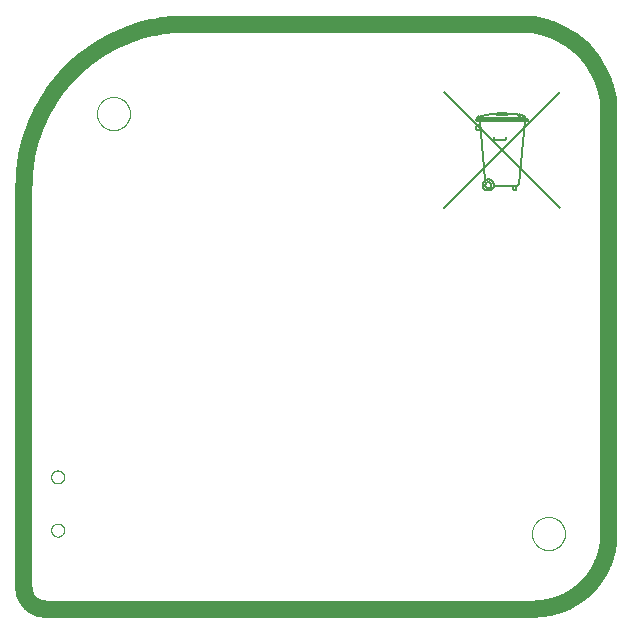
<source format=gbo>
G75*
%MOIN*%
%OFA0B0*%
%FSLAX25Y25*%
%IPPOS*%
%LPD*%
%AMOC8*
5,1,8,0,0,1.08239X$1,22.5*
%
%ADD10C,0.00000*%
%ADD11C,0.05600*%
%ADD12C,0.00570*%
D10*
X0059668Y0010871D02*
X0059668Y0140747D01*
X0084156Y0168800D02*
X0084158Y0168948D01*
X0084164Y0169096D01*
X0084174Y0169244D01*
X0084188Y0169391D01*
X0084206Y0169538D01*
X0084227Y0169684D01*
X0084253Y0169830D01*
X0084283Y0169975D01*
X0084316Y0170119D01*
X0084354Y0170262D01*
X0084395Y0170404D01*
X0084440Y0170545D01*
X0084488Y0170685D01*
X0084541Y0170824D01*
X0084597Y0170961D01*
X0084657Y0171096D01*
X0084720Y0171230D01*
X0084787Y0171362D01*
X0084858Y0171492D01*
X0084932Y0171620D01*
X0085009Y0171746D01*
X0085090Y0171870D01*
X0085174Y0171992D01*
X0085261Y0172111D01*
X0085352Y0172228D01*
X0085446Y0172343D01*
X0085542Y0172455D01*
X0085642Y0172565D01*
X0085744Y0172671D01*
X0085850Y0172775D01*
X0085958Y0172876D01*
X0086069Y0172974D01*
X0086182Y0173070D01*
X0086298Y0173162D01*
X0086416Y0173251D01*
X0086537Y0173336D01*
X0086660Y0173419D01*
X0086785Y0173498D01*
X0086912Y0173574D01*
X0087041Y0173646D01*
X0087172Y0173715D01*
X0087305Y0173780D01*
X0087440Y0173841D01*
X0087576Y0173899D01*
X0087713Y0173954D01*
X0087852Y0174004D01*
X0087993Y0174051D01*
X0088134Y0174094D01*
X0088277Y0174134D01*
X0088421Y0174169D01*
X0088565Y0174201D01*
X0088711Y0174228D01*
X0088857Y0174252D01*
X0089004Y0174272D01*
X0089151Y0174288D01*
X0089298Y0174300D01*
X0089446Y0174308D01*
X0089594Y0174312D01*
X0089742Y0174312D01*
X0089890Y0174308D01*
X0090038Y0174300D01*
X0090185Y0174288D01*
X0090332Y0174272D01*
X0090479Y0174252D01*
X0090625Y0174228D01*
X0090771Y0174201D01*
X0090915Y0174169D01*
X0091059Y0174134D01*
X0091202Y0174094D01*
X0091343Y0174051D01*
X0091484Y0174004D01*
X0091623Y0173954D01*
X0091760Y0173899D01*
X0091896Y0173841D01*
X0092031Y0173780D01*
X0092164Y0173715D01*
X0092295Y0173646D01*
X0092424Y0173574D01*
X0092551Y0173498D01*
X0092676Y0173419D01*
X0092799Y0173336D01*
X0092920Y0173251D01*
X0093038Y0173162D01*
X0093154Y0173070D01*
X0093267Y0172974D01*
X0093378Y0172876D01*
X0093486Y0172775D01*
X0093592Y0172671D01*
X0093694Y0172565D01*
X0093794Y0172455D01*
X0093890Y0172343D01*
X0093984Y0172228D01*
X0094075Y0172111D01*
X0094162Y0171992D01*
X0094246Y0171870D01*
X0094327Y0171746D01*
X0094404Y0171620D01*
X0094478Y0171492D01*
X0094549Y0171362D01*
X0094616Y0171230D01*
X0094679Y0171096D01*
X0094739Y0170961D01*
X0094795Y0170824D01*
X0094848Y0170685D01*
X0094896Y0170545D01*
X0094941Y0170404D01*
X0094982Y0170262D01*
X0095020Y0170119D01*
X0095053Y0169975D01*
X0095083Y0169830D01*
X0095109Y0169684D01*
X0095130Y0169538D01*
X0095148Y0169391D01*
X0095162Y0169244D01*
X0095172Y0169096D01*
X0095178Y0168948D01*
X0095180Y0168800D01*
X0095178Y0168652D01*
X0095172Y0168504D01*
X0095162Y0168356D01*
X0095148Y0168209D01*
X0095130Y0168062D01*
X0095109Y0167916D01*
X0095083Y0167770D01*
X0095053Y0167625D01*
X0095020Y0167481D01*
X0094982Y0167338D01*
X0094941Y0167196D01*
X0094896Y0167055D01*
X0094848Y0166915D01*
X0094795Y0166776D01*
X0094739Y0166639D01*
X0094679Y0166504D01*
X0094616Y0166370D01*
X0094549Y0166238D01*
X0094478Y0166108D01*
X0094404Y0165980D01*
X0094327Y0165854D01*
X0094246Y0165730D01*
X0094162Y0165608D01*
X0094075Y0165489D01*
X0093984Y0165372D01*
X0093890Y0165257D01*
X0093794Y0165145D01*
X0093694Y0165035D01*
X0093592Y0164929D01*
X0093486Y0164825D01*
X0093378Y0164724D01*
X0093267Y0164626D01*
X0093154Y0164530D01*
X0093038Y0164438D01*
X0092920Y0164349D01*
X0092799Y0164264D01*
X0092676Y0164181D01*
X0092551Y0164102D01*
X0092424Y0164026D01*
X0092295Y0163954D01*
X0092164Y0163885D01*
X0092031Y0163820D01*
X0091896Y0163759D01*
X0091760Y0163701D01*
X0091623Y0163646D01*
X0091484Y0163596D01*
X0091343Y0163549D01*
X0091202Y0163506D01*
X0091059Y0163466D01*
X0090915Y0163431D01*
X0090771Y0163399D01*
X0090625Y0163372D01*
X0090479Y0163348D01*
X0090332Y0163328D01*
X0090185Y0163312D01*
X0090038Y0163300D01*
X0089890Y0163292D01*
X0089742Y0163288D01*
X0089594Y0163288D01*
X0089446Y0163292D01*
X0089298Y0163300D01*
X0089151Y0163312D01*
X0089004Y0163328D01*
X0088857Y0163348D01*
X0088711Y0163372D01*
X0088565Y0163399D01*
X0088421Y0163431D01*
X0088277Y0163466D01*
X0088134Y0163506D01*
X0087993Y0163549D01*
X0087852Y0163596D01*
X0087713Y0163646D01*
X0087576Y0163701D01*
X0087440Y0163759D01*
X0087305Y0163820D01*
X0087172Y0163885D01*
X0087041Y0163954D01*
X0086912Y0164026D01*
X0086785Y0164102D01*
X0086660Y0164181D01*
X0086537Y0164264D01*
X0086416Y0164349D01*
X0086298Y0164438D01*
X0086182Y0164530D01*
X0086069Y0164626D01*
X0085958Y0164724D01*
X0085850Y0164825D01*
X0085744Y0164929D01*
X0085642Y0165035D01*
X0085542Y0165145D01*
X0085446Y0165257D01*
X0085352Y0165372D01*
X0085261Y0165489D01*
X0085174Y0165608D01*
X0085090Y0165730D01*
X0085009Y0165854D01*
X0084932Y0165980D01*
X0084858Y0166108D01*
X0084787Y0166238D01*
X0084720Y0166370D01*
X0084657Y0166504D01*
X0084597Y0166639D01*
X0084541Y0166776D01*
X0084488Y0166915D01*
X0084440Y0167055D01*
X0084395Y0167196D01*
X0084354Y0167338D01*
X0084316Y0167481D01*
X0084283Y0167625D01*
X0084253Y0167770D01*
X0084227Y0167916D01*
X0084206Y0168062D01*
X0084188Y0168209D01*
X0084174Y0168356D01*
X0084164Y0168504D01*
X0084158Y0168652D01*
X0084156Y0168800D01*
X0059667Y0140747D02*
X0059684Y0142195D01*
X0059737Y0143641D01*
X0059824Y0145086D01*
X0059947Y0146529D01*
X0060104Y0147968D01*
X0060296Y0149402D01*
X0060522Y0150832D01*
X0060783Y0152256D01*
X0061078Y0153673D01*
X0061408Y0155083D01*
X0061771Y0156484D01*
X0062168Y0157876D01*
X0062599Y0159258D01*
X0063063Y0160630D01*
X0063560Y0161989D01*
X0064089Y0163336D01*
X0064651Y0164671D01*
X0065246Y0165991D01*
X0065871Y0167296D01*
X0066529Y0168586D01*
X0067217Y0169859D01*
X0067936Y0171116D01*
X0068684Y0172355D01*
X0069463Y0173575D01*
X0070271Y0174776D01*
X0071108Y0175958D01*
X0071973Y0177118D01*
X0072865Y0178258D01*
X0073785Y0179376D01*
X0074732Y0180471D01*
X0075705Y0181543D01*
X0076704Y0182591D01*
X0077727Y0183614D01*
X0078775Y0184613D01*
X0079847Y0185586D01*
X0080942Y0186533D01*
X0082060Y0187453D01*
X0083200Y0188345D01*
X0084360Y0189210D01*
X0085542Y0190047D01*
X0086743Y0190855D01*
X0087963Y0191634D01*
X0089202Y0192382D01*
X0090459Y0193101D01*
X0091732Y0193789D01*
X0093022Y0194447D01*
X0094327Y0195072D01*
X0095647Y0195667D01*
X0096982Y0196229D01*
X0098329Y0196758D01*
X0099688Y0197255D01*
X0101060Y0197719D01*
X0102442Y0198150D01*
X0103834Y0198547D01*
X0105235Y0198910D01*
X0106645Y0199240D01*
X0108062Y0199535D01*
X0109486Y0199796D01*
X0110916Y0200022D01*
X0112350Y0200214D01*
X0113789Y0200371D01*
X0115232Y0200494D01*
X0116677Y0200581D01*
X0118123Y0200634D01*
X0119571Y0200651D01*
X0119571Y0200650D02*
X0218546Y0200650D01*
X0219464Y0200639D01*
X0220381Y0200606D01*
X0221296Y0200550D01*
X0222211Y0200473D01*
X0223123Y0200373D01*
X0224033Y0200252D01*
X0224939Y0200108D01*
X0225841Y0199943D01*
X0226740Y0199755D01*
X0227633Y0199547D01*
X0228522Y0199316D01*
X0229404Y0199065D01*
X0230280Y0198792D01*
X0231149Y0198497D01*
X0232011Y0198182D01*
X0232865Y0197847D01*
X0233711Y0197490D01*
X0234547Y0197114D01*
X0235375Y0196717D01*
X0236192Y0196301D01*
X0237000Y0195864D01*
X0237796Y0195409D01*
X0238582Y0194934D01*
X0239355Y0194440D01*
X0240117Y0193928D01*
X0240865Y0193398D01*
X0241601Y0192850D01*
X0242324Y0192284D01*
X0243032Y0191701D01*
X0243726Y0191100D01*
X0244406Y0190484D01*
X0245070Y0189851D01*
X0245719Y0189202D01*
X0246352Y0188538D01*
X0246968Y0187858D01*
X0247569Y0187164D01*
X0248152Y0186456D01*
X0248718Y0185733D01*
X0249266Y0184997D01*
X0249796Y0184249D01*
X0250308Y0183487D01*
X0250802Y0182714D01*
X0251277Y0181928D01*
X0251732Y0181132D01*
X0252169Y0180324D01*
X0252585Y0179507D01*
X0252982Y0178679D01*
X0253358Y0177843D01*
X0253715Y0176997D01*
X0254050Y0176143D01*
X0254365Y0175281D01*
X0254660Y0174412D01*
X0254933Y0173536D01*
X0255184Y0172654D01*
X0255415Y0171765D01*
X0255623Y0170872D01*
X0255811Y0169973D01*
X0255976Y0169071D01*
X0256120Y0168165D01*
X0256241Y0167255D01*
X0256341Y0166343D01*
X0256418Y0165428D01*
X0256474Y0164513D01*
X0256507Y0163596D01*
X0256518Y0162678D01*
X0256518Y0033422D01*
X0229156Y0028800D02*
X0229158Y0028948D01*
X0229164Y0029096D01*
X0229174Y0029244D01*
X0229188Y0029391D01*
X0229206Y0029538D01*
X0229227Y0029684D01*
X0229253Y0029830D01*
X0229283Y0029975D01*
X0229316Y0030119D01*
X0229354Y0030262D01*
X0229395Y0030404D01*
X0229440Y0030545D01*
X0229488Y0030685D01*
X0229541Y0030824D01*
X0229597Y0030961D01*
X0229657Y0031096D01*
X0229720Y0031230D01*
X0229787Y0031362D01*
X0229858Y0031492D01*
X0229932Y0031620D01*
X0230009Y0031746D01*
X0230090Y0031870D01*
X0230174Y0031992D01*
X0230261Y0032111D01*
X0230352Y0032228D01*
X0230446Y0032343D01*
X0230542Y0032455D01*
X0230642Y0032565D01*
X0230744Y0032671D01*
X0230850Y0032775D01*
X0230958Y0032876D01*
X0231069Y0032974D01*
X0231182Y0033070D01*
X0231298Y0033162D01*
X0231416Y0033251D01*
X0231537Y0033336D01*
X0231660Y0033419D01*
X0231785Y0033498D01*
X0231912Y0033574D01*
X0232041Y0033646D01*
X0232172Y0033715D01*
X0232305Y0033780D01*
X0232440Y0033841D01*
X0232576Y0033899D01*
X0232713Y0033954D01*
X0232852Y0034004D01*
X0232993Y0034051D01*
X0233134Y0034094D01*
X0233277Y0034134D01*
X0233421Y0034169D01*
X0233565Y0034201D01*
X0233711Y0034228D01*
X0233857Y0034252D01*
X0234004Y0034272D01*
X0234151Y0034288D01*
X0234298Y0034300D01*
X0234446Y0034308D01*
X0234594Y0034312D01*
X0234742Y0034312D01*
X0234890Y0034308D01*
X0235038Y0034300D01*
X0235185Y0034288D01*
X0235332Y0034272D01*
X0235479Y0034252D01*
X0235625Y0034228D01*
X0235771Y0034201D01*
X0235915Y0034169D01*
X0236059Y0034134D01*
X0236202Y0034094D01*
X0236343Y0034051D01*
X0236484Y0034004D01*
X0236623Y0033954D01*
X0236760Y0033899D01*
X0236896Y0033841D01*
X0237031Y0033780D01*
X0237164Y0033715D01*
X0237295Y0033646D01*
X0237424Y0033574D01*
X0237551Y0033498D01*
X0237676Y0033419D01*
X0237799Y0033336D01*
X0237920Y0033251D01*
X0238038Y0033162D01*
X0238154Y0033070D01*
X0238267Y0032974D01*
X0238378Y0032876D01*
X0238486Y0032775D01*
X0238592Y0032671D01*
X0238694Y0032565D01*
X0238794Y0032455D01*
X0238890Y0032343D01*
X0238984Y0032228D01*
X0239075Y0032111D01*
X0239162Y0031992D01*
X0239246Y0031870D01*
X0239327Y0031746D01*
X0239404Y0031620D01*
X0239478Y0031492D01*
X0239549Y0031362D01*
X0239616Y0031230D01*
X0239679Y0031096D01*
X0239739Y0030961D01*
X0239795Y0030824D01*
X0239848Y0030685D01*
X0239896Y0030545D01*
X0239941Y0030404D01*
X0239982Y0030262D01*
X0240020Y0030119D01*
X0240053Y0029975D01*
X0240083Y0029830D01*
X0240109Y0029684D01*
X0240130Y0029538D01*
X0240148Y0029391D01*
X0240162Y0029244D01*
X0240172Y0029096D01*
X0240178Y0028948D01*
X0240180Y0028800D01*
X0240178Y0028652D01*
X0240172Y0028504D01*
X0240162Y0028356D01*
X0240148Y0028209D01*
X0240130Y0028062D01*
X0240109Y0027916D01*
X0240083Y0027770D01*
X0240053Y0027625D01*
X0240020Y0027481D01*
X0239982Y0027338D01*
X0239941Y0027196D01*
X0239896Y0027055D01*
X0239848Y0026915D01*
X0239795Y0026776D01*
X0239739Y0026639D01*
X0239679Y0026504D01*
X0239616Y0026370D01*
X0239549Y0026238D01*
X0239478Y0026108D01*
X0239404Y0025980D01*
X0239327Y0025854D01*
X0239246Y0025730D01*
X0239162Y0025608D01*
X0239075Y0025489D01*
X0238984Y0025372D01*
X0238890Y0025257D01*
X0238794Y0025145D01*
X0238694Y0025035D01*
X0238592Y0024929D01*
X0238486Y0024825D01*
X0238378Y0024724D01*
X0238267Y0024626D01*
X0238154Y0024530D01*
X0238038Y0024438D01*
X0237920Y0024349D01*
X0237799Y0024264D01*
X0237676Y0024181D01*
X0237551Y0024102D01*
X0237424Y0024026D01*
X0237295Y0023954D01*
X0237164Y0023885D01*
X0237031Y0023820D01*
X0236896Y0023759D01*
X0236760Y0023701D01*
X0236623Y0023646D01*
X0236484Y0023596D01*
X0236343Y0023549D01*
X0236202Y0023506D01*
X0236059Y0023466D01*
X0235915Y0023431D01*
X0235771Y0023399D01*
X0235625Y0023372D01*
X0235479Y0023348D01*
X0235332Y0023328D01*
X0235185Y0023312D01*
X0235038Y0023300D01*
X0234890Y0023292D01*
X0234742Y0023288D01*
X0234594Y0023288D01*
X0234446Y0023292D01*
X0234298Y0023300D01*
X0234151Y0023312D01*
X0234004Y0023328D01*
X0233857Y0023348D01*
X0233711Y0023372D01*
X0233565Y0023399D01*
X0233421Y0023431D01*
X0233277Y0023466D01*
X0233134Y0023506D01*
X0232993Y0023549D01*
X0232852Y0023596D01*
X0232713Y0023646D01*
X0232576Y0023701D01*
X0232440Y0023759D01*
X0232305Y0023820D01*
X0232172Y0023885D01*
X0232041Y0023954D01*
X0231912Y0024026D01*
X0231785Y0024102D01*
X0231660Y0024181D01*
X0231537Y0024264D01*
X0231416Y0024349D01*
X0231298Y0024438D01*
X0231182Y0024530D01*
X0231069Y0024626D01*
X0230958Y0024724D01*
X0230850Y0024825D01*
X0230744Y0024929D01*
X0230642Y0025035D01*
X0230542Y0025145D01*
X0230446Y0025257D01*
X0230352Y0025372D01*
X0230261Y0025489D01*
X0230174Y0025608D01*
X0230090Y0025730D01*
X0230009Y0025854D01*
X0229932Y0025980D01*
X0229858Y0026108D01*
X0229787Y0026238D01*
X0229720Y0026370D01*
X0229657Y0026504D01*
X0229597Y0026639D01*
X0229541Y0026776D01*
X0229488Y0026915D01*
X0229440Y0027055D01*
X0229395Y0027196D01*
X0229354Y0027338D01*
X0229316Y0027481D01*
X0229283Y0027625D01*
X0229253Y0027770D01*
X0229227Y0027916D01*
X0229206Y0028062D01*
X0229188Y0028209D01*
X0229174Y0028356D01*
X0229164Y0028504D01*
X0229158Y0028652D01*
X0229156Y0028800D01*
X0226897Y0003800D02*
X0227613Y0003809D01*
X0228328Y0003835D01*
X0229043Y0003878D01*
X0229756Y0003938D01*
X0230468Y0004016D01*
X0231177Y0004111D01*
X0231884Y0004223D01*
X0232588Y0004352D01*
X0233289Y0004498D01*
X0233986Y0004661D01*
X0234679Y0004840D01*
X0235367Y0005037D01*
X0236051Y0005250D01*
X0236729Y0005479D01*
X0237401Y0005725D01*
X0238067Y0005987D01*
X0238727Y0006265D01*
X0239380Y0006559D01*
X0240025Y0006868D01*
X0240663Y0007193D01*
X0241293Y0007533D01*
X0241914Y0007889D01*
X0242527Y0008259D01*
X0243130Y0008644D01*
X0243724Y0009044D01*
X0244308Y0009457D01*
X0244882Y0009885D01*
X0245446Y0010326D01*
X0245999Y0010781D01*
X0246540Y0011250D01*
X0247070Y0011731D01*
X0247588Y0012225D01*
X0248094Y0012731D01*
X0248588Y0013249D01*
X0249069Y0013779D01*
X0249538Y0014320D01*
X0249993Y0014873D01*
X0250434Y0015437D01*
X0250862Y0016011D01*
X0251275Y0016595D01*
X0251675Y0017189D01*
X0252060Y0017792D01*
X0252430Y0018405D01*
X0252786Y0019026D01*
X0253126Y0019656D01*
X0253451Y0020294D01*
X0253760Y0020939D01*
X0254054Y0021592D01*
X0254332Y0022252D01*
X0254594Y0022918D01*
X0254840Y0023590D01*
X0255069Y0024268D01*
X0255282Y0024952D01*
X0255479Y0025640D01*
X0255658Y0026333D01*
X0255821Y0027030D01*
X0255967Y0027731D01*
X0256096Y0028435D01*
X0256208Y0029142D01*
X0256303Y0029851D01*
X0256381Y0030563D01*
X0256441Y0031276D01*
X0256484Y0031991D01*
X0256510Y0032706D01*
X0256519Y0033422D01*
X0226897Y0003800D02*
X0066739Y0003800D01*
X0066568Y0003802D01*
X0066397Y0003808D01*
X0066227Y0003819D01*
X0066057Y0003833D01*
X0065887Y0003852D01*
X0065717Y0003874D01*
X0065549Y0003901D01*
X0065380Y0003932D01*
X0065213Y0003967D01*
X0065047Y0004005D01*
X0064881Y0004048D01*
X0064717Y0004095D01*
X0064554Y0004146D01*
X0064392Y0004201D01*
X0064232Y0004260D01*
X0064073Y0004322D01*
X0063915Y0004388D01*
X0063759Y0004458D01*
X0063605Y0004532D01*
X0063453Y0004610D01*
X0063303Y0004691D01*
X0063154Y0004776D01*
X0063008Y0004864D01*
X0062864Y0004956D01*
X0062722Y0005052D01*
X0062583Y0005150D01*
X0062446Y0005253D01*
X0062311Y0005358D01*
X0062179Y0005467D01*
X0062050Y0005578D01*
X0061924Y0005693D01*
X0061800Y0005811D01*
X0061679Y0005932D01*
X0061561Y0006056D01*
X0061446Y0006182D01*
X0061335Y0006311D01*
X0061226Y0006443D01*
X0061121Y0006578D01*
X0061018Y0006715D01*
X0060920Y0006854D01*
X0060824Y0006996D01*
X0060732Y0007140D01*
X0060644Y0007286D01*
X0060559Y0007435D01*
X0060478Y0007585D01*
X0060400Y0007737D01*
X0060326Y0007891D01*
X0060256Y0008047D01*
X0060190Y0008205D01*
X0060128Y0008364D01*
X0060069Y0008524D01*
X0060014Y0008686D01*
X0059963Y0008849D01*
X0059916Y0009013D01*
X0059873Y0009179D01*
X0059835Y0009345D01*
X0059800Y0009512D01*
X0059769Y0009681D01*
X0059742Y0009849D01*
X0059720Y0010019D01*
X0059701Y0010189D01*
X0059687Y0010359D01*
X0059676Y0010529D01*
X0059670Y0010700D01*
X0059668Y0010871D01*
X0068920Y0029942D02*
X0068922Y0030035D01*
X0068928Y0030127D01*
X0068938Y0030219D01*
X0068952Y0030310D01*
X0068969Y0030401D01*
X0068991Y0030491D01*
X0069016Y0030580D01*
X0069045Y0030668D01*
X0069078Y0030754D01*
X0069115Y0030839D01*
X0069155Y0030923D01*
X0069199Y0031004D01*
X0069246Y0031084D01*
X0069296Y0031162D01*
X0069350Y0031237D01*
X0069407Y0031310D01*
X0069467Y0031380D01*
X0069530Y0031448D01*
X0069596Y0031513D01*
X0069664Y0031575D01*
X0069735Y0031635D01*
X0069809Y0031691D01*
X0069885Y0031744D01*
X0069963Y0031793D01*
X0070043Y0031840D01*
X0070125Y0031882D01*
X0070209Y0031922D01*
X0070294Y0031957D01*
X0070381Y0031989D01*
X0070469Y0032018D01*
X0070558Y0032042D01*
X0070648Y0032063D01*
X0070739Y0032079D01*
X0070831Y0032092D01*
X0070923Y0032101D01*
X0071016Y0032106D01*
X0071108Y0032107D01*
X0071201Y0032104D01*
X0071293Y0032097D01*
X0071385Y0032086D01*
X0071476Y0032071D01*
X0071567Y0032053D01*
X0071657Y0032030D01*
X0071745Y0032004D01*
X0071833Y0031974D01*
X0071919Y0031940D01*
X0072003Y0031903D01*
X0072086Y0031861D01*
X0072167Y0031817D01*
X0072247Y0031769D01*
X0072324Y0031718D01*
X0072398Y0031663D01*
X0072471Y0031605D01*
X0072541Y0031545D01*
X0072608Y0031481D01*
X0072672Y0031415D01*
X0072734Y0031345D01*
X0072792Y0031274D01*
X0072847Y0031200D01*
X0072899Y0031123D01*
X0072948Y0031044D01*
X0072994Y0030964D01*
X0073036Y0030881D01*
X0073074Y0030797D01*
X0073109Y0030711D01*
X0073140Y0030624D01*
X0073167Y0030536D01*
X0073190Y0030446D01*
X0073210Y0030356D01*
X0073226Y0030265D01*
X0073238Y0030173D01*
X0073246Y0030081D01*
X0073250Y0029988D01*
X0073250Y0029896D01*
X0073246Y0029803D01*
X0073238Y0029711D01*
X0073226Y0029619D01*
X0073210Y0029528D01*
X0073190Y0029438D01*
X0073167Y0029348D01*
X0073140Y0029260D01*
X0073109Y0029173D01*
X0073074Y0029087D01*
X0073036Y0029003D01*
X0072994Y0028920D01*
X0072948Y0028840D01*
X0072899Y0028761D01*
X0072847Y0028684D01*
X0072792Y0028610D01*
X0072734Y0028539D01*
X0072672Y0028469D01*
X0072608Y0028403D01*
X0072541Y0028339D01*
X0072471Y0028279D01*
X0072398Y0028221D01*
X0072324Y0028166D01*
X0072247Y0028115D01*
X0072168Y0028067D01*
X0072086Y0028023D01*
X0072003Y0027981D01*
X0071919Y0027944D01*
X0071833Y0027910D01*
X0071745Y0027880D01*
X0071657Y0027854D01*
X0071567Y0027831D01*
X0071476Y0027813D01*
X0071385Y0027798D01*
X0071293Y0027787D01*
X0071201Y0027780D01*
X0071108Y0027777D01*
X0071016Y0027778D01*
X0070923Y0027783D01*
X0070831Y0027792D01*
X0070739Y0027805D01*
X0070648Y0027821D01*
X0070558Y0027842D01*
X0070469Y0027866D01*
X0070381Y0027895D01*
X0070294Y0027927D01*
X0070209Y0027962D01*
X0070125Y0028002D01*
X0070043Y0028044D01*
X0069963Y0028091D01*
X0069885Y0028140D01*
X0069809Y0028193D01*
X0069735Y0028249D01*
X0069664Y0028309D01*
X0069596Y0028371D01*
X0069530Y0028436D01*
X0069467Y0028504D01*
X0069407Y0028574D01*
X0069350Y0028647D01*
X0069296Y0028722D01*
X0069246Y0028800D01*
X0069199Y0028880D01*
X0069155Y0028961D01*
X0069115Y0029045D01*
X0069078Y0029130D01*
X0069045Y0029216D01*
X0069016Y0029304D01*
X0068991Y0029393D01*
X0068969Y0029483D01*
X0068952Y0029574D01*
X0068938Y0029665D01*
X0068928Y0029757D01*
X0068922Y0029849D01*
X0068920Y0029942D01*
X0068920Y0047658D02*
X0068922Y0047751D01*
X0068928Y0047843D01*
X0068938Y0047935D01*
X0068952Y0048026D01*
X0068969Y0048117D01*
X0068991Y0048207D01*
X0069016Y0048296D01*
X0069045Y0048384D01*
X0069078Y0048470D01*
X0069115Y0048555D01*
X0069155Y0048639D01*
X0069199Y0048720D01*
X0069246Y0048800D01*
X0069296Y0048878D01*
X0069350Y0048953D01*
X0069407Y0049026D01*
X0069467Y0049096D01*
X0069530Y0049164D01*
X0069596Y0049229D01*
X0069664Y0049291D01*
X0069735Y0049351D01*
X0069809Y0049407D01*
X0069885Y0049460D01*
X0069963Y0049509D01*
X0070043Y0049556D01*
X0070125Y0049598D01*
X0070209Y0049638D01*
X0070294Y0049673D01*
X0070381Y0049705D01*
X0070469Y0049734D01*
X0070558Y0049758D01*
X0070648Y0049779D01*
X0070739Y0049795D01*
X0070831Y0049808D01*
X0070923Y0049817D01*
X0071016Y0049822D01*
X0071108Y0049823D01*
X0071201Y0049820D01*
X0071293Y0049813D01*
X0071385Y0049802D01*
X0071476Y0049787D01*
X0071567Y0049769D01*
X0071657Y0049746D01*
X0071745Y0049720D01*
X0071833Y0049690D01*
X0071919Y0049656D01*
X0072003Y0049619D01*
X0072086Y0049577D01*
X0072167Y0049533D01*
X0072247Y0049485D01*
X0072324Y0049434D01*
X0072398Y0049379D01*
X0072471Y0049321D01*
X0072541Y0049261D01*
X0072608Y0049197D01*
X0072672Y0049131D01*
X0072734Y0049061D01*
X0072792Y0048990D01*
X0072847Y0048916D01*
X0072899Y0048839D01*
X0072948Y0048760D01*
X0072994Y0048680D01*
X0073036Y0048597D01*
X0073074Y0048513D01*
X0073109Y0048427D01*
X0073140Y0048340D01*
X0073167Y0048252D01*
X0073190Y0048162D01*
X0073210Y0048072D01*
X0073226Y0047981D01*
X0073238Y0047889D01*
X0073246Y0047797D01*
X0073250Y0047704D01*
X0073250Y0047612D01*
X0073246Y0047519D01*
X0073238Y0047427D01*
X0073226Y0047335D01*
X0073210Y0047244D01*
X0073190Y0047154D01*
X0073167Y0047064D01*
X0073140Y0046976D01*
X0073109Y0046889D01*
X0073074Y0046803D01*
X0073036Y0046719D01*
X0072994Y0046636D01*
X0072948Y0046556D01*
X0072899Y0046477D01*
X0072847Y0046400D01*
X0072792Y0046326D01*
X0072734Y0046255D01*
X0072672Y0046185D01*
X0072608Y0046119D01*
X0072541Y0046055D01*
X0072471Y0045995D01*
X0072398Y0045937D01*
X0072324Y0045882D01*
X0072247Y0045831D01*
X0072168Y0045783D01*
X0072086Y0045739D01*
X0072003Y0045697D01*
X0071919Y0045660D01*
X0071833Y0045626D01*
X0071745Y0045596D01*
X0071657Y0045570D01*
X0071567Y0045547D01*
X0071476Y0045529D01*
X0071385Y0045514D01*
X0071293Y0045503D01*
X0071201Y0045496D01*
X0071108Y0045493D01*
X0071016Y0045494D01*
X0070923Y0045499D01*
X0070831Y0045508D01*
X0070739Y0045521D01*
X0070648Y0045537D01*
X0070558Y0045558D01*
X0070469Y0045582D01*
X0070381Y0045611D01*
X0070294Y0045643D01*
X0070209Y0045678D01*
X0070125Y0045718D01*
X0070043Y0045760D01*
X0069963Y0045807D01*
X0069885Y0045856D01*
X0069809Y0045909D01*
X0069735Y0045965D01*
X0069664Y0046025D01*
X0069596Y0046087D01*
X0069530Y0046152D01*
X0069467Y0046220D01*
X0069407Y0046290D01*
X0069350Y0046363D01*
X0069296Y0046438D01*
X0069246Y0046516D01*
X0069199Y0046596D01*
X0069155Y0046677D01*
X0069115Y0046761D01*
X0069078Y0046846D01*
X0069045Y0046932D01*
X0069016Y0047020D01*
X0068991Y0047109D01*
X0068969Y0047199D01*
X0068952Y0047290D01*
X0068938Y0047381D01*
X0068928Y0047473D01*
X0068922Y0047565D01*
X0068920Y0047658D01*
D11*
X0059668Y0010871D02*
X0059668Y0144717D01*
X0059684Y0146024D01*
X0059731Y0147330D01*
X0059810Y0148634D01*
X0059920Y0149937D01*
X0060062Y0151236D01*
X0060236Y0152531D01*
X0060440Y0153822D01*
X0060676Y0155108D01*
X0060942Y0156387D01*
X0061240Y0157660D01*
X0061568Y0158925D01*
X0061926Y0160182D01*
X0062315Y0161430D01*
X0062734Y0162668D01*
X0063183Y0163895D01*
X0063661Y0165111D01*
X0064168Y0166316D01*
X0064705Y0167508D01*
X0065270Y0168686D01*
X0065863Y0169851D01*
X0066484Y0171000D01*
X0067133Y0172135D01*
X0067809Y0173253D01*
X0068512Y0174355D01*
X0069242Y0175440D01*
X0069997Y0176506D01*
X0070778Y0177554D01*
X0071584Y0178583D01*
X0072415Y0179592D01*
X0073269Y0180581D01*
X0074148Y0181548D01*
X0075049Y0182495D01*
X0075973Y0183419D01*
X0076920Y0184320D01*
X0077887Y0185199D01*
X0078876Y0186053D01*
X0079885Y0186884D01*
X0080914Y0187690D01*
X0081962Y0188471D01*
X0083028Y0189226D01*
X0084113Y0189956D01*
X0085215Y0190659D01*
X0086333Y0191335D01*
X0087468Y0191984D01*
X0088617Y0192605D01*
X0089782Y0193198D01*
X0090960Y0193763D01*
X0092152Y0194300D01*
X0093357Y0194807D01*
X0094573Y0195285D01*
X0095800Y0195734D01*
X0097038Y0196153D01*
X0098286Y0196542D01*
X0099543Y0196900D01*
X0100808Y0197228D01*
X0102081Y0197526D01*
X0103360Y0197792D01*
X0104646Y0198028D01*
X0105937Y0198232D01*
X0107232Y0198406D01*
X0108531Y0198548D01*
X0109834Y0198658D01*
X0111138Y0198737D01*
X0112444Y0198784D01*
X0113751Y0198800D01*
X0225513Y0198800D01*
X0226217Y0198791D01*
X0226922Y0198766D01*
X0227625Y0198723D01*
X0228327Y0198664D01*
X0229027Y0198587D01*
X0229726Y0198494D01*
X0230421Y0198384D01*
X0231114Y0198257D01*
X0231804Y0198113D01*
X0232490Y0197953D01*
X0233172Y0197776D01*
X0233850Y0197583D01*
X0234522Y0197373D01*
X0235190Y0197147D01*
X0235852Y0196905D01*
X0236507Y0196648D01*
X0237156Y0196374D01*
X0237799Y0196085D01*
X0238434Y0195780D01*
X0239062Y0195460D01*
X0239682Y0195126D01*
X0240293Y0194776D01*
X0240896Y0194411D01*
X0241490Y0194032D01*
X0242075Y0193639D01*
X0242650Y0193232D01*
X0243215Y0192811D01*
X0243769Y0192376D01*
X0244313Y0191929D01*
X0244846Y0191468D01*
X0245368Y0190994D01*
X0245878Y0190508D01*
X0246376Y0190010D01*
X0246862Y0189500D01*
X0247336Y0188978D01*
X0247797Y0188445D01*
X0248244Y0187901D01*
X0248679Y0187347D01*
X0249100Y0186782D01*
X0249507Y0186207D01*
X0249900Y0185622D01*
X0250279Y0185028D01*
X0250644Y0184425D01*
X0250994Y0183814D01*
X0251328Y0183194D01*
X0251648Y0182566D01*
X0251953Y0181931D01*
X0252242Y0181288D01*
X0252516Y0180639D01*
X0252773Y0179984D01*
X0253015Y0179322D01*
X0253241Y0178654D01*
X0253451Y0177982D01*
X0253644Y0177304D01*
X0253821Y0176622D01*
X0253981Y0175936D01*
X0254125Y0175246D01*
X0254252Y0174553D01*
X0254362Y0173858D01*
X0254455Y0173159D01*
X0254532Y0172459D01*
X0254591Y0171757D01*
X0254634Y0171054D01*
X0254659Y0170349D01*
X0254668Y0169645D01*
X0254668Y0028800D01*
X0254661Y0028196D01*
X0254639Y0027592D01*
X0254602Y0026989D01*
X0254551Y0026387D01*
X0254486Y0025787D01*
X0254406Y0025188D01*
X0254311Y0024591D01*
X0254202Y0023997D01*
X0254079Y0023405D01*
X0253942Y0022817D01*
X0253790Y0022232D01*
X0253624Y0021651D01*
X0253444Y0021075D01*
X0253251Y0020502D01*
X0253043Y0019935D01*
X0252822Y0019373D01*
X0252588Y0018816D01*
X0252340Y0018265D01*
X0252079Y0017720D01*
X0251804Y0017182D01*
X0251517Y0016650D01*
X0251217Y0016126D01*
X0250905Y0015609D01*
X0250580Y0015100D01*
X0250243Y0014598D01*
X0249893Y0014105D01*
X0249532Y0013621D01*
X0249160Y0013145D01*
X0248776Y0012679D01*
X0248381Y0012222D01*
X0247975Y0011775D01*
X0247558Y0011337D01*
X0247131Y0010910D01*
X0246693Y0010493D01*
X0246246Y0010087D01*
X0245789Y0009692D01*
X0245323Y0009308D01*
X0244847Y0008936D01*
X0244363Y0008575D01*
X0243870Y0008225D01*
X0243368Y0007888D01*
X0242859Y0007563D01*
X0242342Y0007251D01*
X0241818Y0006951D01*
X0241286Y0006664D01*
X0240748Y0006389D01*
X0240203Y0006128D01*
X0239652Y0005880D01*
X0239095Y0005646D01*
X0238533Y0005425D01*
X0237966Y0005217D01*
X0237393Y0005024D01*
X0236817Y0004844D01*
X0236236Y0004678D01*
X0235651Y0004526D01*
X0235063Y0004389D01*
X0234471Y0004266D01*
X0233877Y0004157D01*
X0233280Y0004062D01*
X0232681Y0003982D01*
X0232081Y0003917D01*
X0231479Y0003866D01*
X0230876Y0003829D01*
X0230272Y0003807D01*
X0229668Y0003800D01*
X0066739Y0003800D01*
X0066568Y0003802D01*
X0066397Y0003808D01*
X0066227Y0003819D01*
X0066057Y0003833D01*
X0065887Y0003852D01*
X0065717Y0003874D01*
X0065549Y0003901D01*
X0065380Y0003932D01*
X0065213Y0003967D01*
X0065047Y0004005D01*
X0064881Y0004048D01*
X0064717Y0004095D01*
X0064554Y0004146D01*
X0064392Y0004201D01*
X0064232Y0004260D01*
X0064073Y0004322D01*
X0063915Y0004388D01*
X0063759Y0004458D01*
X0063605Y0004532D01*
X0063453Y0004610D01*
X0063303Y0004691D01*
X0063154Y0004776D01*
X0063008Y0004864D01*
X0062864Y0004956D01*
X0062722Y0005052D01*
X0062583Y0005150D01*
X0062446Y0005253D01*
X0062311Y0005358D01*
X0062179Y0005467D01*
X0062050Y0005578D01*
X0061924Y0005693D01*
X0061800Y0005811D01*
X0061679Y0005932D01*
X0061561Y0006056D01*
X0061446Y0006182D01*
X0061335Y0006311D01*
X0061226Y0006443D01*
X0061121Y0006578D01*
X0061018Y0006715D01*
X0060920Y0006854D01*
X0060824Y0006996D01*
X0060732Y0007140D01*
X0060644Y0007286D01*
X0060559Y0007435D01*
X0060478Y0007585D01*
X0060400Y0007737D01*
X0060326Y0007891D01*
X0060256Y0008047D01*
X0060190Y0008205D01*
X0060128Y0008364D01*
X0060069Y0008524D01*
X0060014Y0008686D01*
X0059963Y0008849D01*
X0059916Y0009013D01*
X0059873Y0009179D01*
X0059835Y0009345D01*
X0059800Y0009512D01*
X0059769Y0009681D01*
X0059742Y0009849D01*
X0059720Y0010019D01*
X0059701Y0010189D01*
X0059687Y0010359D01*
X0059676Y0010529D01*
X0059670Y0010700D01*
X0059668Y0010871D01*
D12*
X0200003Y0137400D02*
X0238477Y0175874D01*
X0224869Y0168607D02*
X0224857Y0168474D01*
X0224849Y0168341D01*
X0224844Y0168207D01*
X0224842Y0168073D01*
X0224844Y0167939D01*
X0224849Y0167805D01*
X0224857Y0167672D01*
X0224869Y0167539D01*
X0225154Y0167467D02*
X0225225Y0168180D01*
X0225225Y0168607D02*
X0225221Y0168632D01*
X0225213Y0168656D01*
X0225202Y0168678D01*
X0225188Y0168699D01*
X0225172Y0168718D01*
X0225152Y0168734D01*
X0225131Y0168747D01*
X0225108Y0168757D01*
X0225084Y0168764D01*
X0225060Y0168768D01*
X0225034Y0168768D01*
X0225010Y0168764D01*
X0224986Y0168757D01*
X0224963Y0168747D01*
X0224942Y0168734D01*
X0224922Y0168718D01*
X0224906Y0168699D01*
X0224892Y0168678D01*
X0224881Y0168656D01*
X0224873Y0168632D01*
X0224869Y0168607D01*
X0226436Y0168037D02*
X0226478Y0168015D01*
X0226519Y0167991D01*
X0226558Y0167963D01*
X0226595Y0167932D01*
X0226629Y0167899D01*
X0226661Y0167863D01*
X0226690Y0167825D01*
X0226716Y0167785D01*
X0226739Y0167743D01*
X0226758Y0167700D01*
X0226775Y0167655D01*
X0226788Y0167609D01*
X0226797Y0167562D01*
X0226803Y0167515D01*
X0226806Y0167467D01*
X0226805Y0167419D01*
X0226800Y0167372D01*
X0226792Y0167325D01*
X0226721Y0167324D02*
X0211973Y0167324D01*
X0211759Y0167325D02*
X0211750Y0167360D01*
X0211744Y0167397D01*
X0211742Y0167434D01*
X0211743Y0167471D01*
X0211748Y0167507D01*
X0211756Y0167543D01*
X0211768Y0167578D01*
X0211783Y0167612D01*
X0211801Y0167644D01*
X0211822Y0167675D01*
X0211846Y0167703D01*
X0211873Y0167729D01*
X0211902Y0167752D01*
X0210691Y0167111D02*
X0210693Y0167164D01*
X0210699Y0167217D01*
X0210709Y0167269D01*
X0210723Y0167321D01*
X0210740Y0167371D01*
X0210762Y0167420D01*
X0210786Y0167467D01*
X0210815Y0167512D01*
X0210846Y0167555D01*
X0210881Y0167595D01*
X0210919Y0167633D01*
X0210959Y0167668D01*
X0211002Y0167699D01*
X0211047Y0167728D01*
X0211094Y0167752D01*
X0211143Y0167774D01*
X0211193Y0167791D01*
X0211245Y0167805D01*
X0211297Y0167815D01*
X0211350Y0167821D01*
X0211403Y0167823D01*
X0211456Y0167821D01*
X0211509Y0167815D01*
X0211561Y0167805D01*
X0211613Y0167791D01*
X0211663Y0167774D01*
X0211712Y0167752D01*
X0211759Y0167728D01*
X0211804Y0167699D01*
X0211847Y0167668D01*
X0211887Y0167633D01*
X0211925Y0167595D01*
X0211960Y0167555D01*
X0211991Y0167512D01*
X0212020Y0167467D01*
X0212044Y0167420D01*
X0212066Y0167371D01*
X0212083Y0167321D01*
X0212097Y0167269D01*
X0212107Y0167217D01*
X0212113Y0167164D01*
X0212115Y0167111D01*
X0212113Y0167058D01*
X0212107Y0167005D01*
X0212097Y0166953D01*
X0212083Y0166901D01*
X0212066Y0166851D01*
X0212044Y0166802D01*
X0212020Y0166755D01*
X0211991Y0166710D01*
X0211960Y0166667D01*
X0211925Y0166627D01*
X0211887Y0166589D01*
X0211847Y0166554D01*
X0211804Y0166523D01*
X0211759Y0166494D01*
X0211712Y0166470D01*
X0211663Y0166448D01*
X0211613Y0166431D01*
X0211561Y0166417D01*
X0211509Y0166407D01*
X0211456Y0166401D01*
X0211403Y0166399D01*
X0211350Y0166401D01*
X0211297Y0166407D01*
X0211245Y0166417D01*
X0211193Y0166431D01*
X0211143Y0166448D01*
X0211094Y0166470D01*
X0211047Y0166494D01*
X0211002Y0166523D01*
X0210959Y0166554D01*
X0210919Y0166589D01*
X0210881Y0166627D01*
X0210846Y0166667D01*
X0210815Y0166710D01*
X0210786Y0166755D01*
X0210762Y0166802D01*
X0210740Y0166851D01*
X0210723Y0166901D01*
X0210709Y0166953D01*
X0210699Y0167005D01*
X0210693Y0167058D01*
X0210691Y0167111D01*
X0210619Y0167111D02*
X0210619Y0167039D01*
X0210619Y0167111D02*
X0227576Y0167111D01*
X0227648Y0167111D01*
X0227719Y0167111D01*
X0227648Y0167111D02*
X0227576Y0167111D01*
X0227719Y0167110D02*
X0227746Y0167108D01*
X0227774Y0167103D01*
X0227800Y0167094D01*
X0227825Y0167082D01*
X0227848Y0167066D01*
X0227869Y0167048D01*
X0227888Y0167027D01*
X0227903Y0167004D01*
X0227916Y0166979D01*
X0227925Y0166952D01*
X0227930Y0166925D01*
X0227932Y0166897D01*
X0227933Y0166897D02*
X0227933Y0166755D01*
X0227933Y0166541D01*
X0227931Y0166519D01*
X0227926Y0166497D01*
X0227917Y0166476D01*
X0227906Y0166457D01*
X0227891Y0166440D01*
X0227874Y0166425D01*
X0227855Y0166414D01*
X0227834Y0166405D01*
X0227812Y0166400D01*
X0227790Y0166398D01*
X0226650Y0166398D01*
X0220523Y0166398D01*
X0214680Y0166398D01*
X0211260Y0166398D01*
X0211688Y0166327D02*
X0213683Y0146663D01*
X0213612Y0145024D02*
X0213614Y0145087D01*
X0213620Y0145149D01*
X0213630Y0145211D01*
X0213643Y0145272D01*
X0213661Y0145332D01*
X0213682Y0145391D01*
X0213707Y0145449D01*
X0213735Y0145504D01*
X0213767Y0145558D01*
X0213802Y0145610D01*
X0213841Y0145660D01*
X0213882Y0145706D01*
X0213927Y0145751D01*
X0213973Y0145792D01*
X0214023Y0145831D01*
X0214075Y0145866D01*
X0214129Y0145898D01*
X0214184Y0145926D01*
X0214242Y0145951D01*
X0214301Y0145972D01*
X0214361Y0145990D01*
X0214422Y0146003D01*
X0214484Y0146013D01*
X0214546Y0146019D01*
X0214609Y0146021D01*
X0214672Y0146019D01*
X0214734Y0146013D01*
X0214796Y0146003D01*
X0214857Y0145990D01*
X0214917Y0145972D01*
X0214976Y0145951D01*
X0215034Y0145926D01*
X0215089Y0145898D01*
X0215143Y0145866D01*
X0215195Y0145831D01*
X0215245Y0145792D01*
X0215291Y0145751D01*
X0215336Y0145706D01*
X0215377Y0145660D01*
X0215416Y0145610D01*
X0215451Y0145558D01*
X0215483Y0145504D01*
X0215511Y0145449D01*
X0215536Y0145391D01*
X0215557Y0145332D01*
X0215575Y0145272D01*
X0215588Y0145211D01*
X0215598Y0145149D01*
X0215604Y0145087D01*
X0215606Y0145024D01*
X0215604Y0144961D01*
X0215598Y0144899D01*
X0215588Y0144837D01*
X0215575Y0144776D01*
X0215557Y0144716D01*
X0215536Y0144657D01*
X0215511Y0144599D01*
X0215483Y0144544D01*
X0215451Y0144490D01*
X0215416Y0144438D01*
X0215377Y0144388D01*
X0215336Y0144342D01*
X0215291Y0144297D01*
X0215245Y0144256D01*
X0215195Y0144217D01*
X0215143Y0144182D01*
X0215089Y0144150D01*
X0215034Y0144122D01*
X0214976Y0144097D01*
X0214917Y0144076D01*
X0214857Y0144058D01*
X0214796Y0144045D01*
X0214734Y0144035D01*
X0214672Y0144029D01*
X0214609Y0144027D01*
X0214546Y0144029D01*
X0214484Y0144035D01*
X0214422Y0144045D01*
X0214361Y0144058D01*
X0214301Y0144076D01*
X0214242Y0144097D01*
X0214184Y0144122D01*
X0214129Y0144150D01*
X0214075Y0144182D01*
X0214023Y0144217D01*
X0213973Y0144256D01*
X0213927Y0144297D01*
X0213882Y0144342D01*
X0213841Y0144388D01*
X0213802Y0144438D01*
X0213767Y0144490D01*
X0213735Y0144544D01*
X0213707Y0144599D01*
X0213682Y0144657D01*
X0213661Y0144716D01*
X0213643Y0144776D01*
X0213630Y0144837D01*
X0213620Y0144899D01*
X0213614Y0144961D01*
X0213612Y0145024D01*
X0212757Y0145024D02*
X0212759Y0145110D01*
X0212765Y0145195D01*
X0212775Y0145280D01*
X0212789Y0145364D01*
X0212806Y0145448D01*
X0212828Y0145531D01*
X0212853Y0145613D01*
X0212882Y0145693D01*
X0212915Y0145772D01*
X0212951Y0145850D01*
X0212991Y0145925D01*
X0213034Y0145999D01*
X0213081Y0146071D01*
X0213131Y0146140D01*
X0213184Y0146207D01*
X0213240Y0146272D01*
X0213299Y0146334D01*
X0213361Y0146393D01*
X0213426Y0146449D01*
X0213493Y0146502D01*
X0213562Y0146552D01*
X0213634Y0146599D01*
X0213708Y0146642D01*
X0213783Y0146682D01*
X0213861Y0146718D01*
X0213940Y0146751D01*
X0214020Y0146780D01*
X0214102Y0146805D01*
X0214185Y0146827D01*
X0214269Y0146844D01*
X0214353Y0146858D01*
X0214438Y0146868D01*
X0214523Y0146874D01*
X0214609Y0146876D01*
X0214695Y0146874D01*
X0214780Y0146868D01*
X0214865Y0146858D01*
X0214949Y0146844D01*
X0215033Y0146827D01*
X0215116Y0146805D01*
X0215198Y0146780D01*
X0215278Y0146751D01*
X0215357Y0146718D01*
X0215435Y0146682D01*
X0215510Y0146642D01*
X0215584Y0146599D01*
X0215656Y0146552D01*
X0215725Y0146502D01*
X0215792Y0146449D01*
X0215857Y0146393D01*
X0215919Y0146334D01*
X0215978Y0146272D01*
X0216034Y0146207D01*
X0216087Y0146140D01*
X0216137Y0146071D01*
X0216184Y0145999D01*
X0216227Y0145925D01*
X0216267Y0145850D01*
X0216303Y0145772D01*
X0216336Y0145693D01*
X0216365Y0145613D01*
X0216390Y0145531D01*
X0216412Y0145448D01*
X0216429Y0145364D01*
X0216443Y0145280D01*
X0216453Y0145195D01*
X0216459Y0145110D01*
X0216461Y0145024D01*
X0216459Y0144938D01*
X0216453Y0144853D01*
X0216443Y0144768D01*
X0216429Y0144684D01*
X0216412Y0144600D01*
X0216390Y0144517D01*
X0216365Y0144435D01*
X0216336Y0144355D01*
X0216303Y0144276D01*
X0216267Y0144198D01*
X0216227Y0144123D01*
X0216184Y0144049D01*
X0216137Y0143977D01*
X0216087Y0143908D01*
X0216034Y0143841D01*
X0215978Y0143776D01*
X0215919Y0143714D01*
X0215857Y0143655D01*
X0215792Y0143599D01*
X0215725Y0143546D01*
X0215656Y0143496D01*
X0215584Y0143449D01*
X0215510Y0143406D01*
X0215435Y0143366D01*
X0215357Y0143330D01*
X0215278Y0143297D01*
X0215198Y0143268D01*
X0215116Y0143243D01*
X0215033Y0143221D01*
X0214949Y0143204D01*
X0214865Y0143190D01*
X0214780Y0143180D01*
X0214695Y0143174D01*
X0214609Y0143172D01*
X0214523Y0143174D01*
X0214438Y0143180D01*
X0214353Y0143190D01*
X0214269Y0143204D01*
X0214185Y0143221D01*
X0214102Y0143243D01*
X0214020Y0143268D01*
X0213940Y0143297D01*
X0213861Y0143330D01*
X0213783Y0143366D01*
X0213708Y0143406D01*
X0213634Y0143449D01*
X0213562Y0143496D01*
X0213493Y0143546D01*
X0213426Y0143599D01*
X0213361Y0143655D01*
X0213299Y0143714D01*
X0213240Y0143776D01*
X0213184Y0143841D01*
X0213131Y0143908D01*
X0213081Y0143977D01*
X0213034Y0144049D01*
X0212991Y0144123D01*
X0212951Y0144198D01*
X0212915Y0144276D01*
X0212882Y0144355D01*
X0212853Y0144435D01*
X0212828Y0144517D01*
X0212806Y0144600D01*
X0212789Y0144684D01*
X0212775Y0144768D01*
X0212765Y0144853D01*
X0212759Y0144938D01*
X0212757Y0145024D01*
X0216533Y0144810D02*
X0223729Y0144739D01*
X0223943Y0144596D02*
X0223943Y0143670D01*
X0223941Y0143631D01*
X0223936Y0143591D01*
X0223927Y0143553D01*
X0223914Y0143515D01*
X0223898Y0143479D01*
X0223879Y0143445D01*
X0223857Y0143412D01*
X0223831Y0143382D01*
X0223803Y0143354D01*
X0223773Y0143328D01*
X0223740Y0143306D01*
X0223706Y0143287D01*
X0223670Y0143271D01*
X0223632Y0143258D01*
X0223594Y0143249D01*
X0223554Y0143244D01*
X0223515Y0143242D01*
X0223515Y0143243D02*
X0223372Y0143243D01*
X0223373Y0143243D02*
X0223335Y0143245D01*
X0223299Y0143251D01*
X0223263Y0143261D01*
X0223228Y0143274D01*
X0223195Y0143291D01*
X0223164Y0143311D01*
X0223135Y0143335D01*
X0223108Y0143361D01*
X0223085Y0143390D01*
X0223065Y0143421D01*
X0223048Y0143454D01*
X0223034Y0143489D01*
X0223025Y0143525D01*
X0223019Y0143562D01*
X0223017Y0143599D01*
X0223017Y0144596D01*
X0224156Y0144811D02*
X0224204Y0144818D01*
X0224252Y0144828D01*
X0224298Y0144842D01*
X0224343Y0144859D01*
X0224387Y0144880D01*
X0224429Y0144904D01*
X0224469Y0144931D01*
X0224507Y0144961D01*
X0224543Y0144994D01*
X0224576Y0145029D01*
X0224606Y0145067D01*
X0224633Y0145107D01*
X0224657Y0145150D01*
X0224678Y0145193D01*
X0224695Y0145239D01*
X0224709Y0145285D01*
X0224719Y0145332D01*
X0224726Y0145380D01*
X0226793Y0166327D01*
X0226436Y0168037D02*
X0226333Y0168083D01*
X0226229Y0168126D01*
X0226123Y0168167D01*
X0226017Y0168204D01*
X0225909Y0168238D01*
X0225801Y0168269D01*
X0225692Y0168297D01*
X0225582Y0168322D01*
X0225224Y0168179D02*
X0225231Y0168265D01*
X0225235Y0168350D01*
X0225235Y0168436D01*
X0225231Y0168521D01*
X0225224Y0168607D01*
X0221164Y0168678D02*
X0220808Y0168678D01*
X0220808Y0168892D02*
X0220808Y0168322D01*
X0217530Y0168322D01*
X0217530Y0168892D01*
X0220808Y0168892D01*
X0217459Y0168678D02*
X0216105Y0168607D01*
X0212330Y0167965D02*
X0212264Y0167944D01*
X0212201Y0167919D01*
X0212138Y0167891D01*
X0212077Y0167860D01*
X0212017Y0167827D01*
X0211958Y0167791D01*
X0211902Y0167752D01*
X0210619Y0167039D02*
X0210621Y0166991D01*
X0210626Y0166943D01*
X0210635Y0166896D01*
X0210647Y0166850D01*
X0210663Y0166805D01*
X0210682Y0166761D01*
X0210705Y0166719D01*
X0210730Y0166678D01*
X0210759Y0166639D01*
X0210790Y0166603D01*
X0210824Y0166569D01*
X0210860Y0166538D01*
X0210899Y0166509D01*
X0210940Y0166484D01*
X0210982Y0166461D01*
X0211026Y0166442D01*
X0211071Y0166426D01*
X0211117Y0166414D01*
X0211164Y0166405D01*
X0211212Y0166400D01*
X0211260Y0166398D01*
X0211402Y0165115D02*
X0211450Y0165107D01*
X0211497Y0165103D01*
X0211545Y0165101D01*
X0211593Y0165103D01*
X0211640Y0165107D01*
X0211688Y0165115D01*
X0211403Y0165116D02*
X0211353Y0165124D01*
X0211303Y0165128D01*
X0211252Y0165129D01*
X0211202Y0165125D01*
X0211152Y0165118D01*
X0211103Y0165107D01*
X0211055Y0165092D01*
X0211009Y0165073D01*
X0210963Y0165051D01*
X0210920Y0165026D01*
X0210879Y0164997D01*
X0210840Y0164965D01*
X0210803Y0164930D01*
X0210770Y0164893D01*
X0210739Y0164853D01*
X0210712Y0164811D01*
X0210688Y0164766D01*
X0210667Y0164721D01*
X0210650Y0164673D01*
X0210636Y0164625D01*
X0210627Y0164575D01*
X0210621Y0164525D01*
X0210619Y0164475D01*
X0210619Y0164047D01*
X0210620Y0164047D02*
X0210622Y0163996D01*
X0210627Y0163946D01*
X0210636Y0163896D01*
X0210649Y0163847D01*
X0210665Y0163798D01*
X0210684Y0163751D01*
X0210707Y0163706D01*
X0210733Y0163662D01*
X0210762Y0163620D01*
X0210794Y0163581D01*
X0210828Y0163544D01*
X0210866Y0163509D01*
X0210905Y0163477D01*
X0210947Y0163448D01*
X0210991Y0163422D01*
X0211036Y0163399D01*
X0211083Y0163380D01*
X0211131Y0163364D01*
X0211180Y0163351D01*
X0211230Y0163342D01*
X0211281Y0163337D01*
X0211332Y0163335D01*
X0211331Y0163335D02*
X0211830Y0163335D01*
X0216390Y0160912D02*
X0216390Y0160413D01*
X0216392Y0160381D01*
X0216397Y0160350D01*
X0216406Y0160319D01*
X0216418Y0160289D01*
X0216434Y0160261D01*
X0216452Y0160235D01*
X0216473Y0160211D01*
X0216497Y0160190D01*
X0216523Y0160172D01*
X0216551Y0160156D01*
X0216581Y0160144D01*
X0216612Y0160135D01*
X0216643Y0160130D01*
X0216675Y0160128D01*
X0220024Y0160128D01*
X0220063Y0160130D01*
X0220103Y0160135D01*
X0220141Y0160144D01*
X0220179Y0160157D01*
X0220215Y0160173D01*
X0220249Y0160192D01*
X0220282Y0160214D01*
X0220312Y0160240D01*
X0220340Y0160268D01*
X0220366Y0160298D01*
X0220388Y0160331D01*
X0220407Y0160365D01*
X0220423Y0160401D01*
X0220436Y0160439D01*
X0220445Y0160477D01*
X0220450Y0160517D01*
X0220452Y0160556D01*
X0220452Y0160770D01*
X0220452Y0160983D01*
X0224727Y0168464D02*
X0224942Y0168436D01*
X0225156Y0168403D01*
X0225369Y0168365D01*
X0225582Y0168322D01*
X0213754Y0168321D02*
X0213466Y0168263D01*
X0213179Y0168198D01*
X0212894Y0168127D01*
X0212611Y0168049D01*
X0212329Y0167965D01*
X0199861Y0176017D02*
X0238620Y0137258D01*
X0224156Y0144810D02*
X0224048Y0144798D01*
X0223941Y0144782D01*
X0223834Y0144762D01*
X0223728Y0144739D01*
X0224727Y0168465D02*
X0224017Y0168542D01*
X0223305Y0168602D01*
X0222592Y0168645D01*
X0221878Y0168670D01*
X0221164Y0168679D01*
X0216105Y0168608D02*
X0215711Y0168583D01*
X0215318Y0168548D01*
X0214925Y0168505D01*
X0214533Y0168453D01*
X0214143Y0168393D01*
X0213754Y0168323D01*
M02*

</source>
